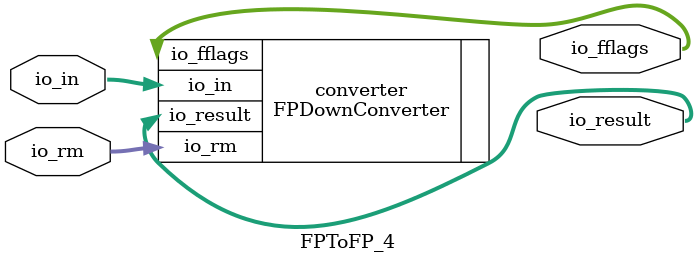
<source format=sv>
`ifndef RANDOMIZE
  `ifdef RANDOMIZE_REG_INIT
    `define RANDOMIZE
  `endif // RANDOMIZE_REG_INIT
`endif // not def RANDOMIZE
`ifndef RANDOMIZE
  `ifdef RANDOMIZE_MEM_INIT
    `define RANDOMIZE
  `endif // RANDOMIZE_MEM_INIT
`endif // not def RANDOMIZE

`ifndef RANDOM
  `define RANDOM $random
`endif // not def RANDOM

// Users can define 'PRINTF_COND' to add an extra gate to prints.
`ifndef PRINTF_COND_
  `ifdef PRINTF_COND
    `define PRINTF_COND_ (`PRINTF_COND)
  `else  // PRINTF_COND
    `define PRINTF_COND_ 1
  `endif // PRINTF_COND
`endif // not def PRINTF_COND_

// Users can define 'ASSERT_VERBOSE_COND' to add an extra gate to assert error printing.
`ifndef ASSERT_VERBOSE_COND_
  `ifdef ASSERT_VERBOSE_COND
    `define ASSERT_VERBOSE_COND_ (`ASSERT_VERBOSE_COND)
  `else  // ASSERT_VERBOSE_COND
    `define ASSERT_VERBOSE_COND_ 1
  `endif // ASSERT_VERBOSE_COND
`endif // not def ASSERT_VERBOSE_COND_

// Users can define 'STOP_COND' to add an extra gate to stop conditions.
`ifndef STOP_COND_
  `ifdef STOP_COND
    `define STOP_COND_ (`STOP_COND)
  `else  // STOP_COND
    `define STOP_COND_ 1
  `endif // STOP_COND
`endif // not def STOP_COND_

// Users can define INIT_RANDOM as general code that gets injected into the
// initializer block for modules with registers.
`ifndef INIT_RANDOM
  `define INIT_RANDOM
`endif // not def INIT_RANDOM

// If using random initialization, you can also define RANDOMIZE_DELAY to
// customize the delay used, otherwise 0.002 is used.
`ifndef RANDOMIZE_DELAY
  `define RANDOMIZE_DELAY 0.002
`endif // not def RANDOMIZE_DELAY

// Define INIT_RANDOM_PROLOG_ for use in our modules below.
`ifndef INIT_RANDOM_PROLOG_
  `ifdef RANDOMIZE
    `ifdef VERILATOR
      `define INIT_RANDOM_PROLOG_ `INIT_RANDOM
    `else  // VERILATOR
      `define INIT_RANDOM_PROLOG_ `INIT_RANDOM #`RANDOMIZE_DELAY begin end
    `endif // VERILATOR
  `else  // RANDOMIZE
    `define INIT_RANDOM_PROLOG_
  `endif // RANDOMIZE
`endif // not def INIT_RANDOM_PROLOG_

module FPToFP_4(
  input  [63:0] io_in,
  input  [2:0]  io_rm,
  output [31:0] io_result,
  output [4:0]  io_fflags
);

  FPDownConverter converter (	// @[FPToFP.scala:34:11]
    .io_in     (io_in),
    .io_rm     (io_rm),
    .io_result (io_result),
    .io_fflags (io_fflags)
  );
endmodule


</source>
